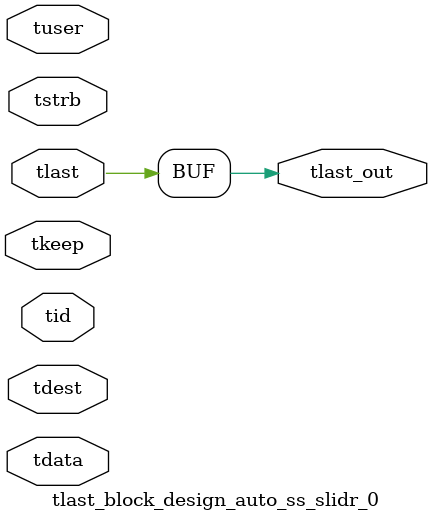
<source format=v>


`timescale 1ps/1ps

module tlast_block_design_auto_ss_slidr_0 #
(
parameter C_S_AXIS_TID_WIDTH   = 1,
parameter C_S_AXIS_TUSER_WIDTH = 0,
parameter C_S_AXIS_TDATA_WIDTH = 0,
parameter C_S_AXIS_TDEST_WIDTH = 0
)
(
input  [(C_S_AXIS_TID_WIDTH   == 0 ? 1 : C_S_AXIS_TID_WIDTH)-1:0       ] tid,
input  [(C_S_AXIS_TDATA_WIDTH == 0 ? 1 : C_S_AXIS_TDATA_WIDTH)-1:0     ] tdata,
input  [(C_S_AXIS_TUSER_WIDTH == 0 ? 1 : C_S_AXIS_TUSER_WIDTH)-1:0     ] tuser,
input  [(C_S_AXIS_TDEST_WIDTH == 0 ? 1 : C_S_AXIS_TDEST_WIDTH)-1:0     ] tdest,
input  [(C_S_AXIS_TDATA_WIDTH/8)-1:0 ] tkeep,
input  [(C_S_AXIS_TDATA_WIDTH/8)-1:0 ] tstrb,
input  [0:0]                                                             tlast,
output                                                                   tlast_out
);

assign tlast_out = {tlast[0]};

endmodule


</source>
